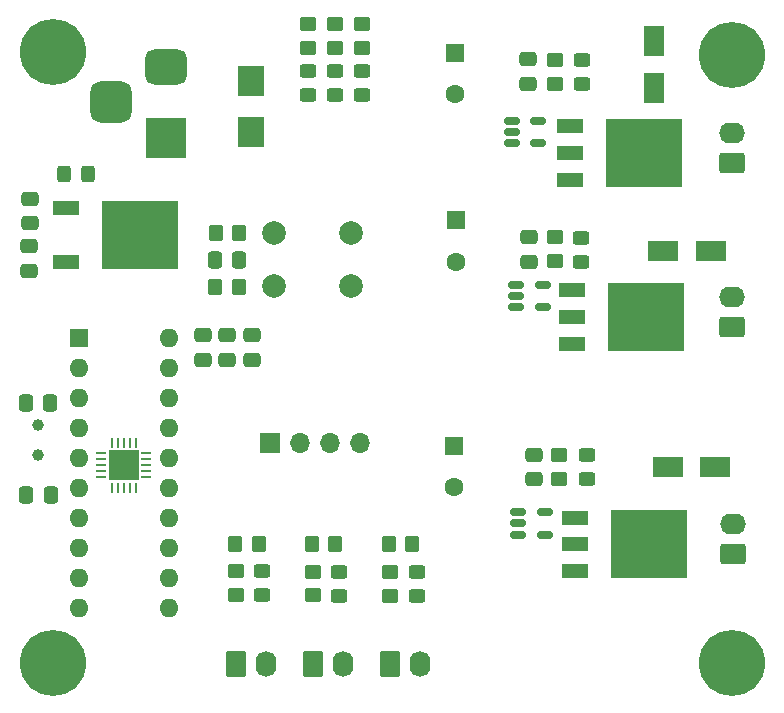
<source format=gts>
G04 #@! TF.GenerationSoftware,KiCad,Pcbnew,(6.0.2)*
G04 #@! TF.CreationDate,2022-04-11T22:25:36+02:00*
G04 #@! TF.ProjectId,szafa_led_driver,737a6166-615f-46c6-9564-5f6472697665,rev?*
G04 #@! TF.SameCoordinates,Original*
G04 #@! TF.FileFunction,Soldermask,Top*
G04 #@! TF.FilePolarity,Negative*
%FSLAX46Y46*%
G04 Gerber Fmt 4.6, Leading zero omitted, Abs format (unit mm)*
G04 Created by KiCad (PCBNEW (6.0.2)) date 2022-04-11 22:25:36*
%MOMM*%
%LPD*%
G01*
G04 APERTURE LIST*
G04 Aperture macros list*
%AMRoundRect*
0 Rectangle with rounded corners*
0 $1 Rounding radius*
0 $2 $3 $4 $5 $6 $7 $8 $9 X,Y pos of 4 corners*
0 Add a 4 corners polygon primitive as box body*
4,1,4,$2,$3,$4,$5,$6,$7,$8,$9,$2,$3,0*
0 Add four circle primitives for the rounded corners*
1,1,$1+$1,$2,$3*
1,1,$1+$1,$4,$5*
1,1,$1+$1,$6,$7*
1,1,$1+$1,$8,$9*
0 Add four rect primitives between the rounded corners*
20,1,$1+$1,$2,$3,$4,$5,0*
20,1,$1+$1,$4,$5,$6,$7,0*
20,1,$1+$1,$6,$7,$8,$9,0*
20,1,$1+$1,$8,$9,$2,$3,0*%
G04 Aperture macros list end*
%ADD10RoundRect,0.250000X-0.350000X-0.450000X0.350000X-0.450000X0.350000X0.450000X-0.350000X0.450000X0*%
%ADD11RoundRect,0.250000X-0.475000X0.337500X-0.475000X-0.337500X0.475000X-0.337500X0.475000X0.337500X0*%
%ADD12RoundRect,0.150000X-0.512500X-0.150000X0.512500X-0.150000X0.512500X0.150000X-0.512500X0.150000X0*%
%ADD13C,5.600000*%
%ADD14RoundRect,0.250000X0.450000X-0.350000X0.450000X0.350000X-0.450000X0.350000X-0.450000X-0.350000X0*%
%ADD15RoundRect,0.250000X0.337500X0.475000X-0.337500X0.475000X-0.337500X-0.475000X0.337500X-0.475000X0*%
%ADD16R,2.200000X1.200000*%
%ADD17R,6.400000X5.800000*%
%ADD18RoundRect,0.250000X0.450000X-0.325000X0.450000X0.325000X-0.450000X0.325000X-0.450000X-0.325000X0*%
%ADD19RoundRect,0.250000X0.325000X0.450000X-0.325000X0.450000X-0.325000X-0.450000X0.325000X-0.450000X0*%
%ADD20R,1.600000X1.600000*%
%ADD21C,1.600000*%
%ADD22R,2.500000X1.800000*%
%ADD23RoundRect,0.250000X0.845000X-0.620000X0.845000X0.620000X-0.845000X0.620000X-0.845000X-0.620000X0*%
%ADD24O,2.190000X1.740000*%
%ADD25RoundRect,0.250000X-0.450000X0.350000X-0.450000X-0.350000X0.450000X-0.350000X0.450000X0.350000X0*%
%ADD26RoundRect,0.062500X-0.362500X-0.062500X0.362500X-0.062500X0.362500X0.062500X-0.362500X0.062500X0*%
%ADD27RoundRect,0.062500X-0.062500X-0.362500X0.062500X-0.362500X0.062500X0.362500X-0.062500X0.362500X0*%
%ADD28R,2.600000X2.600000*%
%ADD29RoundRect,0.250000X-0.337500X-0.475000X0.337500X-0.475000X0.337500X0.475000X-0.337500X0.475000X0*%
%ADD30R,2.300000X2.500000*%
%ADD31RoundRect,0.250000X-0.450000X0.325000X-0.450000X-0.325000X0.450000X-0.325000X0.450000X0.325000X0*%
%ADD32R,1.700000X1.700000*%
%ADD33O,1.700000X1.700000*%
%ADD34O,1.600000X1.600000*%
%ADD35RoundRect,0.250000X0.350000X0.450000X-0.350000X0.450000X-0.350000X-0.450000X0.350000X-0.450000X0*%
%ADD36RoundRect,0.250000X-0.620000X-0.845000X0.620000X-0.845000X0.620000X0.845000X-0.620000X0.845000X0*%
%ADD37O,1.740000X2.190000*%
%ADD38C,2.000000*%
%ADD39R,3.500000X3.500000*%
%ADD40RoundRect,0.750000X-1.000000X0.750000X-1.000000X-0.750000X1.000000X-0.750000X1.000000X0.750000X0*%
%ADD41RoundRect,0.875000X-0.875000X0.875000X-0.875000X-0.875000X0.875000X-0.875000X0.875000X0.875000X0*%
%ADD42R,1.800000X2.500000*%
%ADD43RoundRect,0.250000X0.475000X-0.337500X0.475000X0.337500X-0.475000X0.337500X-0.475000X-0.337500X0*%
%ADD44C,1.000000*%
G04 APERTURE END LIST*
D10*
X86496000Y-68601200D03*
X88496000Y-68601200D03*
D11*
X85394800Y-77245300D03*
X85394800Y-79320300D03*
X87477600Y-77245300D03*
X87477600Y-79320300D03*
D12*
X112115600Y-92232400D03*
X112115600Y-93182400D03*
X112115600Y-94132400D03*
X114390600Y-94132400D03*
X114390600Y-92232400D03*
D13*
X130250000Y-53500000D03*
D14*
X94742000Y-99282000D03*
X94742000Y-97282000D03*
D15*
X72483800Y-82956400D03*
X70408800Y-82956400D03*
D16*
X116482200Y-59542600D03*
D17*
X122782200Y-61822600D03*
D16*
X116482200Y-61822600D03*
X116482200Y-64102600D03*
D18*
X103530400Y-99323000D03*
X103530400Y-97273000D03*
D19*
X75717400Y-63605500D03*
X73667400Y-63605500D03*
D11*
X113000000Y-68962500D03*
X113000000Y-71037500D03*
D20*
X106680000Y-86614000D03*
D21*
X106680000Y-90114000D03*
D11*
X112928400Y-53906600D03*
X112928400Y-55981600D03*
D22*
X128397000Y-70104000D03*
X124397000Y-70104000D03*
D23*
X130327400Y-95808800D03*
D24*
X130327400Y-93268800D03*
D25*
X94284800Y-50917600D03*
X94284800Y-52917600D03*
D14*
X88239600Y-99231200D03*
X88239600Y-97231200D03*
D26*
X76789600Y-87265000D03*
X76789600Y-87765000D03*
X76789600Y-88265000D03*
X76789600Y-88765000D03*
X76789600Y-89265000D03*
D27*
X77714600Y-90190000D03*
X78214600Y-90190000D03*
X78714600Y-90190000D03*
X79214600Y-90190000D03*
X79714600Y-90190000D03*
D26*
X80639600Y-89265000D03*
X80639600Y-88765000D03*
X80639600Y-88265000D03*
X80639600Y-87765000D03*
X80639600Y-87265000D03*
D27*
X79714600Y-86340000D03*
X79214600Y-86340000D03*
X78714600Y-86340000D03*
X78214600Y-86340000D03*
X77714600Y-86340000D03*
D28*
X78714600Y-88265000D03*
D29*
X86442500Y-70887200D03*
X88517500Y-70887200D03*
D20*
X106832400Y-67513200D03*
D21*
X106832400Y-71013200D03*
D30*
X89500000Y-60050000D03*
X89500000Y-55750000D03*
D31*
X96570800Y-54905800D03*
X96570800Y-56955800D03*
D11*
X70764400Y-65713700D03*
X70764400Y-67788700D03*
D32*
X91059000Y-86360000D03*
D33*
X93599000Y-86360000D03*
X96139000Y-86360000D03*
X98679000Y-86360000D03*
D20*
X74940000Y-77475000D03*
D34*
X74940000Y-80015000D03*
X74940000Y-82555000D03*
X74940000Y-85095000D03*
X74940000Y-87635000D03*
X74940000Y-90175000D03*
X74940000Y-92715000D03*
X74940000Y-95255000D03*
X74940000Y-97795000D03*
X74940000Y-100335000D03*
X82560000Y-100335000D03*
X82560000Y-97795000D03*
X82560000Y-95255000D03*
X82560000Y-92715000D03*
X82560000Y-90175000D03*
X82560000Y-87635000D03*
X82560000Y-85095000D03*
X82560000Y-82555000D03*
X82560000Y-80015000D03*
X82560000Y-77475000D03*
D25*
X96570800Y-50917600D03*
X96570800Y-52917600D03*
D23*
X130200400Y-62687200D03*
D24*
X130200400Y-60147200D03*
D23*
X130195000Y-76530200D03*
D24*
X130195000Y-73990200D03*
D13*
X72750000Y-53250000D03*
D18*
X90424000Y-99263200D03*
X90424000Y-97213200D03*
D16*
X116627800Y-73437400D03*
X116627800Y-75717400D03*
D17*
X122927800Y-75717400D03*
D16*
X116627800Y-77997400D03*
D35*
X103158800Y-94945200D03*
X101158800Y-94945200D03*
D16*
X73803400Y-66481700D03*
D17*
X80103400Y-68761700D03*
D16*
X73803400Y-71041700D03*
D25*
X98856800Y-50917600D03*
X98856800Y-52917600D03*
D36*
X88239600Y-105054400D03*
D37*
X90779600Y-105054400D03*
D36*
X101244400Y-105054400D03*
D37*
X103784400Y-105054400D03*
D14*
X101244400Y-99298000D03*
X101244400Y-97298000D03*
D31*
X117957600Y-87367000D03*
X117957600Y-89417000D03*
D36*
X94742000Y-105054400D03*
D37*
X97282000Y-105054400D03*
D11*
X113436400Y-87354500D03*
X113436400Y-89429500D03*
D12*
X111556800Y-59080400D03*
X111556800Y-60030400D03*
X111556800Y-60980400D03*
X113831800Y-60980400D03*
X113831800Y-59080400D03*
D13*
X72750000Y-105000000D03*
D14*
X115265200Y-55965600D03*
X115265200Y-53965600D03*
D31*
X98856800Y-54905800D03*
X98856800Y-56955800D03*
D10*
X86480000Y-73173200D03*
X88480000Y-73173200D03*
D16*
X116881800Y-92690600D03*
X116881800Y-94970600D03*
D17*
X123181800Y-94970600D03*
D16*
X116881800Y-97250600D03*
D20*
X106730800Y-53363749D03*
D21*
X106730800Y-56863749D03*
D22*
X128796800Y-88392000D03*
X124796800Y-88392000D03*
D12*
X111912400Y-72964000D03*
X111912400Y-73914000D03*
X111912400Y-74864000D03*
X114187400Y-74864000D03*
X114187400Y-72964000D03*
D38*
X91442400Y-73101200D03*
X97942400Y-73101200D03*
X97942400Y-68601200D03*
X91442400Y-68601200D03*
D39*
X82297000Y-60531000D03*
D40*
X82297000Y-54531000D03*
D41*
X77597000Y-57531000D03*
D18*
X96977200Y-99323000D03*
X96977200Y-97273000D03*
D42*
X123571000Y-52324000D03*
X123571000Y-56324000D03*
D13*
X130250000Y-105000000D03*
D14*
X115214400Y-70967600D03*
X115214400Y-68967600D03*
D35*
X90138000Y-94894400D03*
X88138000Y-94894400D03*
D43*
X70713600Y-71801900D03*
X70713600Y-69726900D03*
D15*
X72542400Y-90779600D03*
X70467400Y-90779600D03*
D14*
X115570000Y-89401400D03*
X115570000Y-87401400D03*
D31*
X94284800Y-54905800D03*
X94284800Y-56955800D03*
X117551200Y-53931600D03*
X117551200Y-55981600D03*
D44*
X71417000Y-87426800D03*
X71417000Y-84886800D03*
D35*
X96640400Y-94894400D03*
X94640400Y-94894400D03*
D11*
X89560400Y-77245300D03*
X89560400Y-79320300D03*
D31*
X117449600Y-68993800D03*
X117449600Y-71043800D03*
M02*

</source>
